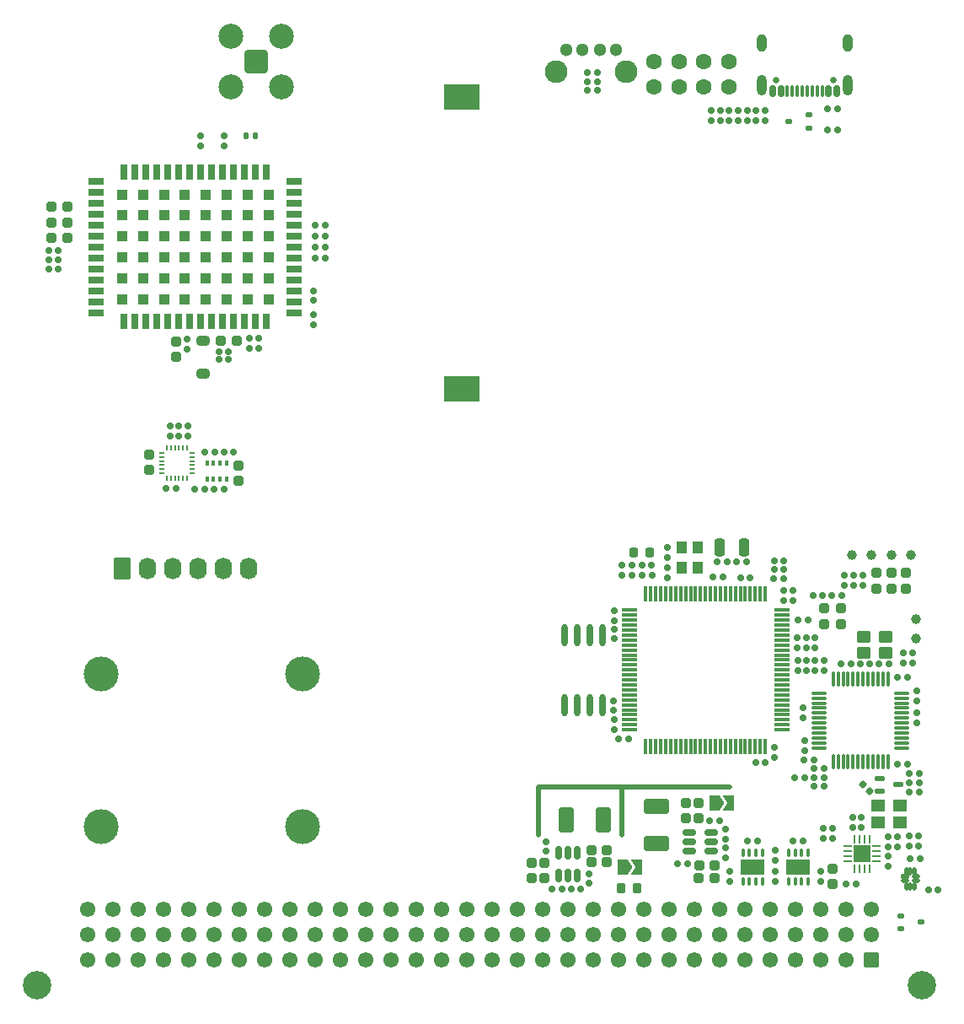
<source format=gbr>
%TF.GenerationSoftware,KiCad,Pcbnew,9.0.1-9.0.1-0~ubuntu24.04.1*%
%TF.CreationDate,2025-04-23T18:17:09+00:00*%
%TF.ProjectId,ModuCard-navigation-module,4d6f6475-4361-4726-942d-6e6176696761,2.0.0*%
%TF.SameCoordinates,Original*%
%TF.FileFunction,Soldermask,Top*%
%TF.FilePolarity,Negative*%
%FSLAX46Y46*%
G04 Gerber Fmt 4.6, Leading zero omitted, Abs format (unit mm)*
G04 Created by KiCad (PCBNEW 9.0.1-9.0.1-0~ubuntu24.04.1) date 2025-04-23 18:17:09*
%MOMM*%
%LPD*%
G01*
G04 APERTURE LIST*
G04 Aperture macros list*
%AMRoundRect*
0 Rectangle with rounded corners*
0 $1 Rounding radius*
0 $2 $3 $4 $5 $6 $7 $8 $9 X,Y pos of 4 corners*
0 Add a 4 corners polygon primitive as box body*
4,1,4,$2,$3,$4,$5,$6,$7,$8,$9,$2,$3,0*
0 Add four circle primitives for the rounded corners*
1,1,$1+$1,$2,$3*
1,1,$1+$1,$4,$5*
1,1,$1+$1,$6,$7*
1,1,$1+$1,$8,$9*
0 Add four rect primitives between the rounded corners*
20,1,$1+$1,$2,$3,$4,$5,0*
20,1,$1+$1,$4,$5,$6,$7,0*
20,1,$1+$1,$6,$7,$8,$9,0*
20,1,$1+$1,$8,$9,$2,$3,0*%
%AMFreePoly0*
4,1,6,1.000000,0.000000,0.500000,-0.750000,-0.500000,-0.750000,-0.500000,0.750000,0.500000,0.750000,1.000000,0.000000,1.000000,0.000000,$1*%
%AMFreePoly1*
4,1,6,0.500000,-0.750000,-0.650000,-0.750000,-0.150000,0.000000,-0.650000,0.750000,0.500000,0.750000,0.500000,-0.750000,0.500000,-0.750000,$1*%
G04 Aperture macros list end*
%ADD10C,0.500000*%
%ADD11RoundRect,0.250001X0.999999X-0.499999X0.999999X0.499999X-0.999999X0.499999X-0.999999X-0.499999X0*%
%ADD12FreePoly0,0.000000*%
%ADD13FreePoly1,0.000000*%
%ADD14RoundRect,0.159000X-0.159000X-0.189000X0.159000X-0.189000X0.159000X0.189000X-0.159000X0.189000X0*%
%ADD15C,1.000000*%
%ADD16RoundRect,0.159000X0.159000X0.189000X-0.159000X0.189000X-0.159000X-0.189000X0.159000X-0.189000X0*%
%ADD17C,1.600000*%
%ADD18RoundRect,0.159000X0.189000X-0.159000X0.189000X0.159000X-0.189000X0.159000X-0.189000X-0.159000X0*%
%ADD19RoundRect,0.244000X-0.244000X-0.269000X0.244000X-0.269000X0.244000X0.269000X-0.244000X0.269000X0*%
%ADD20RoundRect,0.159000X-0.189000X0.159000X-0.189000X-0.159000X0.189000X-0.159000X0.189000X0.159000X0*%
%ADD21RoundRect,0.220000X0.220000X0.255000X-0.220000X0.255000X-0.220000X-0.255000X0.220000X-0.255000X0*%
%ADD22RoundRect,0.239000X0.274000X-0.239000X0.274000X0.239000X-0.274000X0.239000X-0.274000X-0.239000X0*%
%ADD23C,1.300000*%
%ADD24C,2.286000*%
%ADD25RoundRect,0.200100X-0.949900X-0.949900X0.949900X-0.949900X0.949900X0.949900X-0.949900X0.949900X0*%
%ADD26C,2.500000*%
%ADD27RoundRect,0.147500X0.147500X0.172500X-0.147500X0.172500X-0.147500X-0.172500X0.147500X-0.172500X0*%
%ADD28C,3.500000*%
%ADD29RoundRect,0.102000X-0.331500X-0.112500X0.331500X-0.112500X0.331500X0.112500X-0.331500X0.112500X0*%
%ADD30RoundRect,0.102000X-0.281500X-0.112500X0.281500X-0.112500X0.281500X0.112500X-0.281500X0.112500X0*%
%ADD31RoundRect,0.102000X-0.112500X-0.281500X0.112500X-0.281500X0.112500X0.281500X-0.112500X0.281500X0*%
%ADD32RoundRect,0.244000X-0.269000X0.244000X-0.269000X-0.244000X0.269000X-0.244000X0.269000X0.244000X0*%
%ADD33RoundRect,0.075000X-0.075000X0.725000X-0.075000X-0.725000X0.075000X-0.725000X0.075000X0.725000X0*%
%ADD34RoundRect,0.075000X-0.725000X0.075000X-0.725000X-0.075000X0.725000X-0.075000X0.725000X0.075000X0*%
%ADD35RoundRect,0.150000X-0.512500X-0.150000X0.512500X-0.150000X0.512500X0.150000X-0.512500X0.150000X0*%
%ADD36RoundRect,0.239000X-0.239000X-0.274000X0.239000X-0.274000X0.239000X0.274000X-0.239000X0.274000X0*%
%ADD37RoundRect,0.239000X-0.274000X0.239000X-0.274000X-0.239000X0.274000X-0.239000X0.274000X0.239000X0*%
%ADD38RoundRect,0.244000X0.244000X0.269000X-0.244000X0.269000X-0.244000X-0.269000X0.244000X-0.269000X0*%
%ADD39RoundRect,0.250000X0.450000X0.350000X-0.450000X0.350000X-0.450000X-0.350000X0.450000X-0.350000X0*%
%ADD40RoundRect,0.075000X-0.075000X0.662500X-0.075000X-0.662500X0.075000X-0.662500X0.075000X0.662500X0*%
%ADD41RoundRect,0.075000X-0.662500X0.075000X-0.662500X-0.075000X0.662500X-0.075000X0.662500X0.075000X0*%
%ADD42RoundRect,0.050000X0.225000X0.050000X-0.225000X0.050000X-0.225000X-0.050000X0.225000X-0.050000X0*%
%ADD43RoundRect,0.050000X-0.050000X0.225000X-0.050000X-0.225000X0.050000X-0.225000X0.050000X0.225000X0*%
%ADD44R,0.350000X0.500000*%
%ADD45C,0.650000*%
%ADD46RoundRect,0.150000X0.150000X0.425000X-0.150000X0.425000X-0.150000X-0.425000X0.150000X-0.425000X0*%
%ADD47RoundRect,0.075000X0.075000X0.500000X-0.075000X0.500000X-0.075000X-0.500000X0.075000X-0.500000X0*%
%ADD48O,1.000000X2.100000*%
%ADD49O,1.000000X1.800000*%
%ADD50RoundRect,0.112500X-0.237500X0.112500X-0.237500X-0.112500X0.237500X-0.112500X0.237500X0.112500X0*%
%ADD51R,1.100000X1.300000*%
%ADD52C,2.850000*%
%ADD53RoundRect,0.249999X0.525001X0.525001X-0.525001X0.525001X-0.525001X-0.525001X0.525001X-0.525001X0*%
%ADD54C,1.550000*%
%ADD55RoundRect,0.219000X-0.219000X-0.294000X0.219000X-0.294000X0.219000X0.294000X-0.219000X0.294000X0*%
%ADD56RoundRect,0.075000X-0.075000X0.350000X-0.075000X-0.350000X0.075000X-0.350000X0.075000X0.350000X0*%
%ADD57R,2.400000X1.600000*%
%ADD58RoundRect,0.250000X0.250000X-0.650000X0.250000X0.650000X-0.250000X0.650000X-0.250000X-0.650000X0*%
%ADD59RoundRect,0.159000X0.246073X0.021213X0.021213X0.246073X-0.246073X-0.021213X-0.021213X-0.246073X0*%
%ADD60R,1.400000X1.200000*%
%ADD61R,0.800000X1.500000*%
%ADD62R,1.500000X0.800000*%
%ADD63R,1.100000X1.100000*%
%ADD64O,0.630000X2.250000*%
%ADD65RoundRect,0.250001X-0.499999X-0.999999X0.499999X-0.999999X0.499999X0.999999X-0.499999X0.999999X0*%
%ADD66RoundRect,0.062500X-0.062500X0.350000X-0.062500X-0.350000X0.062500X-0.350000X0.062500X0.350000X0*%
%ADD67RoundRect,0.062500X-0.350000X0.062500X-0.350000X-0.062500X0.350000X-0.062500X0.350000X0.062500X0*%
%ADD68R,1.700000X1.700000*%
%ADD69RoundRect,0.250000X-0.620000X-0.845000X0.620000X-0.845000X0.620000X0.845000X-0.620000X0.845000X0*%
%ADD70O,1.740000X2.190000*%
%ADD71RoundRect,0.112500X0.237500X-0.112500X0.237500X0.112500X-0.237500X0.112500X-0.237500X-0.112500X0*%
%ADD72RoundRect,0.244000X0.394000X-0.244000X0.394000X0.244000X-0.394000X0.244000X-0.394000X-0.244000X0*%
%ADD73R,3.600000X2.600000*%
%ADD74RoundRect,0.125000X0.345000X0.125000X-0.345000X0.125000X-0.345000X-0.125000X0.345000X-0.125000X0*%
%ADD75RoundRect,0.150000X-0.150000X0.512500X-0.150000X-0.512500X0.150000X-0.512500X0.150000X0.512500X0*%
G04 APERTURE END LIST*
D10*
X114500000Y-128625000D02*
X95300000Y-128625000D01*
X95300000Y-133425000D02*
X95300000Y-128625000D01*
X103700000Y-133425000D02*
X103700000Y-128625000D01*
D11*
%TO.C,L301*%
X107120720Y-134271542D03*
X107120720Y-130571542D03*
%TD*%
D12*
%TO.C,JP300*%
X103725000Y-136675000D03*
D13*
X105175000Y-136675000D03*
%TD*%
D14*
%TO.C,C420*%
X115578000Y-107597001D03*
X116578000Y-107597001D03*
%TD*%
D15*
%TO.C,TP302*%
X132750000Y-105325000D03*
%TD*%
D16*
%TO.C,C423*%
X106672000Y-106327001D03*
X105672000Y-106327001D03*
%TD*%
D14*
%TO.C,C1105*%
X72870000Y-73275001D03*
X73870000Y-73275001D03*
%TD*%
D17*
%TO.C,LED300*%
X106863600Y-55785000D03*
X109403600Y-55785000D03*
X106863600Y-58325000D03*
X109403600Y-58325000D03*
%TD*%
D18*
%TO.C,C406*%
X108204000Y-107589001D03*
X108204000Y-106589001D03*
%TD*%
D19*
%TO.C,C1102*%
X63390000Y-83785001D03*
X64950000Y-83785001D03*
%TD*%
D20*
%TO.C,R903*%
X126850000Y-131625000D03*
X126850000Y-132625000D03*
%TD*%
D16*
%TO.C,R308*%
X127200000Y-138375000D03*
X126200000Y-138375000D03*
%TD*%
D21*
%TO.C,FB401*%
X106462000Y-105057001D03*
X104882000Y-105057001D03*
%TD*%
D18*
%TO.C,C501*%
X119100000Y-138075000D03*
X119100000Y-137075000D03*
%TD*%
D14*
%TO.C,R716*%
X123000000Y-128525000D03*
X124000000Y-128525000D03*
%TD*%
D20*
%TO.C,R306*%
X114070720Y-132821542D03*
X114070720Y-133821542D03*
%TD*%
D22*
%TO.C,D301*%
X124850000Y-138365000D03*
X124850000Y-136785000D03*
%TD*%
D23*
%TO.C,BTN400*%
X103079415Y-54584163D03*
X101449415Y-54584163D03*
X99709415Y-54584163D03*
X98079415Y-54584163D03*
D24*
X104079415Y-56834163D03*
X97079415Y-56834163D03*
%TD*%
D20*
%TO.C,C427*%
X102870000Y-121829001D03*
X102870000Y-122829001D03*
%TD*%
D18*
%TO.C,C601*%
X114550000Y-138075000D03*
X114550000Y-137075000D03*
%TD*%
D16*
%TO.C,R301*%
X97650000Y-138871508D03*
X96650000Y-138871508D03*
%TD*%
D25*
%TO.C,J1100*%
X66890000Y-55825001D03*
D26*
X64350000Y-53285001D03*
X64350000Y-58365001D03*
X69430000Y-53285001D03*
X69430000Y-58365001D03*
%TD*%
D18*
%TO.C,R600*%
X119100000Y-135925000D03*
X119100000Y-134925000D03*
%TD*%
D20*
%TO.C,C400*%
X102870000Y-112734002D03*
X102870000Y-113734002D03*
%TD*%
D16*
%TO.C,C313*%
X114250000Y-106025000D03*
X113250000Y-106025000D03*
%TD*%
D14*
%TO.C,R801*%
X124350000Y-62675000D03*
X125350000Y-62675000D03*
%TD*%
D16*
%TO.C,C600*%
X117300000Y-134025000D03*
X116300000Y-134025000D03*
%TD*%
D27*
%TO.C,L1100*%
X66855000Y-63275001D03*
X65885000Y-63275001D03*
%TD*%
D14*
%TO.C,C314*%
X115200000Y-106025000D03*
X116200000Y-106025000D03*
%TD*%
D28*
%TO.C,H401*%
X51370000Y-132535001D03*
%TD*%
D29*
%TO.C,U801*%
X132131500Y-137600000D03*
D30*
X132081500Y-138000000D03*
D31*
X132250000Y-138568500D03*
X132650000Y-138568500D03*
X133050000Y-138568500D03*
D30*
X133218500Y-138000000D03*
X133218500Y-137600000D03*
D31*
X133050000Y-137031500D03*
X132650000Y-137031500D03*
X132250000Y-137031500D03*
%TD*%
D15*
%TO.C,TP701*%
X133250000Y-113725000D03*
%TD*%
D32*
%TO.C,C304*%
X94646542Y-136211059D03*
X94646542Y-137771059D03*
%TD*%
D20*
%TO.C,C305*%
X96090000Y-134071508D03*
X96090000Y-135071508D03*
%TD*%
D16*
%TO.C,R404*%
X119950000Y-107645000D03*
X118950000Y-107645000D03*
%TD*%
D28*
%TO.C,H403*%
X71620000Y-117285001D03*
%TD*%
D33*
%TO.C,U403*%
X118075000Y-109175000D03*
X117575000Y-109175000D03*
X117075000Y-109175000D03*
X116575000Y-109175000D03*
X116075000Y-109175000D03*
X115575000Y-109175000D03*
X115075000Y-109175000D03*
X114575000Y-109175000D03*
X114075000Y-109175000D03*
X113575000Y-109175000D03*
X113075000Y-109175000D03*
X112575000Y-109175000D03*
X112075000Y-109175000D03*
X111575000Y-109175000D03*
X111075000Y-109175000D03*
X110575000Y-109175000D03*
X110075000Y-109175000D03*
X109575000Y-109175000D03*
X109075000Y-109175000D03*
X108575000Y-109175000D03*
X108075000Y-109175000D03*
X107575000Y-109175000D03*
X107075000Y-109175000D03*
X106575000Y-109175000D03*
X106075000Y-109175000D03*
D34*
X104400000Y-110850000D03*
X104400000Y-111350000D03*
X104400000Y-111850000D03*
X104400000Y-112350000D03*
X104400000Y-112850000D03*
X104400000Y-113350000D03*
X104400000Y-113850000D03*
X104400000Y-114350000D03*
X104400000Y-114850000D03*
X104400000Y-115350000D03*
X104400000Y-115850000D03*
X104400000Y-116350000D03*
X104400000Y-116850000D03*
X104400000Y-117350000D03*
X104400000Y-117850000D03*
X104400000Y-118350000D03*
X104400000Y-118850000D03*
X104400000Y-119350000D03*
X104400000Y-119850000D03*
X104400000Y-120350000D03*
X104400000Y-120850000D03*
X104400000Y-121350000D03*
X104400000Y-121850000D03*
X104400000Y-122350000D03*
X104400000Y-122850000D03*
D33*
X106075000Y-124525000D03*
X106575000Y-124525000D03*
X107075000Y-124525000D03*
X107575000Y-124525000D03*
X108075000Y-124525000D03*
X108575000Y-124525000D03*
X109075000Y-124525000D03*
X109575000Y-124525000D03*
X110075000Y-124525000D03*
X110575000Y-124525000D03*
X111075000Y-124525000D03*
X111575000Y-124525000D03*
X112075000Y-124525000D03*
X112575000Y-124525000D03*
X113075000Y-124525000D03*
X113575000Y-124525000D03*
X114075000Y-124525000D03*
X114575000Y-124525000D03*
X115075000Y-124525000D03*
X115575000Y-124525000D03*
X116075000Y-124525000D03*
X116575000Y-124525000D03*
X117075000Y-124525000D03*
X117575000Y-124525000D03*
X118075000Y-124525000D03*
D34*
X119750000Y-122850000D03*
X119750000Y-122350000D03*
X119750000Y-121850000D03*
X119750000Y-121350000D03*
X119750000Y-120850000D03*
X119750000Y-120350000D03*
X119750000Y-119850000D03*
X119750000Y-119350000D03*
X119750000Y-118850000D03*
X119750000Y-118350000D03*
X119750000Y-117850000D03*
X119750000Y-117350000D03*
X119750000Y-116850000D03*
X119750000Y-116350000D03*
X119750000Y-115850000D03*
X119750000Y-115350000D03*
X119750000Y-114850000D03*
X119750000Y-114350000D03*
X119750000Y-113850000D03*
X119750000Y-113350000D03*
X119750000Y-112850000D03*
X119750000Y-112350000D03*
X119750000Y-111850000D03*
X119750000Y-111350000D03*
X119750000Y-110850000D03*
%TD*%
D35*
%TO.C,U301*%
X110412500Y-133168050D03*
X110412500Y-134118050D03*
X110412500Y-135068050D03*
X112687500Y-135068050D03*
X112687500Y-134118050D03*
X112687500Y-133168050D03*
%TD*%
D16*
%TO.C,C500*%
X121900000Y-134025000D03*
X120900000Y-134025000D03*
%TD*%
D20*
%TO.C,R902*%
X127750000Y-131625000D03*
X127750000Y-132625000D03*
%TD*%
D22*
%TO.C,D400*%
X129240000Y-108665000D03*
X129240000Y-107085000D03*
%TD*%
D20*
%TO.C,R700*%
X121325000Y-115925000D03*
X121325000Y-116925000D03*
%TD*%
D14*
%TO.C,R405*%
X100228400Y-58685001D03*
X101228400Y-58685001D03*
%TD*%
D18*
%TO.C,R409*%
X114450000Y-61725000D03*
X114450000Y-60725000D03*
%TD*%
%TO.C,R400*%
X113550000Y-61725000D03*
X113550000Y-60725000D03*
%TD*%
D14*
%TO.C,R1100*%
X63170000Y-85685001D03*
X64170000Y-85685001D03*
%TD*%
D36*
%TO.C,D1103*%
X46380000Y-70375001D03*
X47960000Y-70375001D03*
%TD*%
D18*
%TO.C,R411*%
X126950000Y-108375000D03*
X126950000Y-107375000D03*
%TD*%
D20*
%TO.C,C410*%
X123100000Y-113600000D03*
X123100000Y-114600000D03*
%TD*%
D37*
%TO.C,D701*%
X125702000Y-110660000D03*
X125702000Y-112240000D03*
%TD*%
D16*
%TO.C,C422*%
X120888000Y-108867001D03*
X119888000Y-108867001D03*
%TD*%
D20*
%TO.C,R701*%
X124000000Y-115925000D03*
X124000000Y-116925000D03*
%TD*%
D16*
%TO.C,C424*%
X106680000Y-107343001D03*
X105680000Y-107343001D03*
%TD*%
%TO.C,C405*%
X120896000Y-109883001D03*
X119896000Y-109883001D03*
%TD*%
D38*
%TO.C,C301*%
X102180000Y-136171508D03*
X100620000Y-136171508D03*
%TD*%
D18*
%TO.C,C300*%
X100400000Y-138281508D03*
X100400000Y-137281508D03*
%TD*%
D22*
%TO.C,D402*%
X132240000Y-108665000D03*
X132240000Y-107085000D03*
%TD*%
D39*
%TO.C,Y700*%
X130150000Y-113525000D03*
X127950000Y-113525000D03*
X127950000Y-115125000D03*
X130150000Y-115125000D03*
%TD*%
D40*
%TO.C,U700*%
X130400000Y-117762500D03*
X129900000Y-117762500D03*
X129400000Y-117762500D03*
X128900000Y-117762500D03*
X128400000Y-117762500D03*
X127900000Y-117762500D03*
X127400000Y-117762500D03*
X126900000Y-117762500D03*
X126400000Y-117762500D03*
X125900000Y-117762500D03*
X125400000Y-117762500D03*
X124900000Y-117762500D03*
D41*
X123487500Y-119175000D03*
X123487500Y-119675000D03*
X123487500Y-120175000D03*
X123487500Y-120675000D03*
X123487500Y-121175000D03*
X123487500Y-121675000D03*
X123487500Y-122175000D03*
X123487500Y-122675000D03*
X123487500Y-123175000D03*
X123487500Y-123675000D03*
X123487500Y-124175000D03*
X123487500Y-124675000D03*
D40*
X124900000Y-126087500D03*
X125400000Y-126087500D03*
X125900000Y-126087500D03*
X126400000Y-126087500D03*
X126900000Y-126087500D03*
X127400000Y-126087500D03*
X127900000Y-126087500D03*
X128400000Y-126087500D03*
X128900000Y-126087500D03*
X129400000Y-126087500D03*
X129900000Y-126087500D03*
X130400000Y-126087500D03*
D41*
X131812500Y-124675000D03*
X131812500Y-124175000D03*
X131812500Y-123675000D03*
X131812500Y-123175000D03*
X131812500Y-122675000D03*
X131812500Y-122175000D03*
X131812500Y-121675000D03*
X131812500Y-121175000D03*
X131812500Y-120675000D03*
X131812500Y-120175000D03*
X131812500Y-119675000D03*
X131812500Y-119175000D03*
%TD*%
D15*
%TO.C,TP700*%
X133250000Y-111725000D03*
%TD*%
D42*
%TO.C,U400*%
X60470000Y-97085001D03*
X60470000Y-96685001D03*
X60470000Y-96285001D03*
X60470000Y-95885001D03*
X60470000Y-95485001D03*
X60470000Y-95085001D03*
D43*
X59970000Y-94585001D03*
X59570000Y-94585001D03*
X59170000Y-94585001D03*
X58770000Y-94585001D03*
X58370000Y-94585001D03*
X57970000Y-94585001D03*
D42*
X57470000Y-95085001D03*
X57470000Y-95485001D03*
X57470000Y-95885001D03*
X57470000Y-96285001D03*
X57470000Y-96685001D03*
X57470000Y-97085001D03*
D43*
X57970000Y-97585001D03*
X58370000Y-97585001D03*
X58770000Y-97585001D03*
X59170000Y-97585001D03*
X59570000Y-97585001D03*
X59970000Y-97585001D03*
%TD*%
D44*
%TO.C,U1300*%
X63945000Y-97685001D03*
X63295000Y-97685001D03*
X62645000Y-97685001D03*
X61995000Y-97685001D03*
X61995000Y-96085001D03*
X62645000Y-96085001D03*
X63295000Y-96085001D03*
X63945000Y-96085001D03*
%TD*%
D14*
%TO.C,R707*%
X122850000Y-109375000D03*
X123850000Y-109375000D03*
%TD*%
D20*
%TO.C,R416*%
X66270000Y-83585001D03*
X66270000Y-84585001D03*
%TD*%
D32*
%TO.C,C1300*%
X65170000Y-96305001D03*
X65170000Y-97865001D03*
%TD*%
D16*
%TO.C,C708*%
X128600000Y-116235000D03*
X127600000Y-116235000D03*
%TD*%
D20*
%TO.C,R705*%
X132900000Y-115125000D03*
X132900000Y-116125000D03*
%TD*%
%TO.C,R307*%
X114070720Y-134721542D03*
X114070720Y-135721542D03*
%TD*%
D18*
%TO.C,R417*%
X72670000Y-82185001D03*
X72670000Y-81185001D03*
%TD*%
D20*
%TO.C,C425*%
X103640000Y-106343001D03*
X103640000Y-107343001D03*
%TD*%
D14*
%TO.C,R711*%
X132550000Y-128175000D03*
X133550000Y-128175000D03*
%TD*%
%TO.C,R710*%
X132550000Y-127275000D03*
X133550000Y-127275000D03*
%TD*%
%TO.C,R715*%
X123000000Y-127650000D03*
X124000000Y-127650000D03*
%TD*%
D20*
%TO.C,C801*%
X116250000Y-60725000D03*
X116250000Y-61725000D03*
%TD*%
D15*
%TO.C,TP300*%
X128750000Y-105325000D03*
%TD*%
D18*
%TO.C,C402*%
X102870000Y-111907001D03*
X102870000Y-110907001D03*
%TD*%
D14*
%TO.C,R414*%
X60770000Y-98685001D03*
X61770000Y-98685001D03*
%TD*%
D12*
%TO.C,JP301*%
X112970720Y-130225000D03*
D13*
X114420720Y-130225000D03*
%TD*%
D45*
%TO.C,J800*%
X124940000Y-57640000D03*
X119160000Y-57640000D03*
D46*
X125250000Y-58715000D03*
X124450000Y-58715000D03*
D47*
X123300000Y-58715000D03*
X122300000Y-58715000D03*
X121800000Y-58715000D03*
X120800000Y-58715000D03*
D46*
X119650000Y-58715000D03*
X118850000Y-58715000D03*
X118850000Y-58715000D03*
X119650000Y-58715000D03*
D47*
X120300000Y-58715000D03*
X121300000Y-58715000D03*
X122800000Y-58715000D03*
X123800000Y-58715000D03*
D46*
X124450000Y-58715000D03*
X125250000Y-58715000D03*
D48*
X126370000Y-58140000D03*
D49*
X126370000Y-53960000D03*
D48*
X117730000Y-58140000D03*
D49*
X117730000Y-53960000D03*
%TD*%
D14*
%TO.C,C311*%
X109270720Y-136281542D03*
X110270720Y-136281542D03*
%TD*%
%TO.C,R1105*%
X46070000Y-75685001D03*
X47070000Y-75685001D03*
%TD*%
D15*
%TO.C,TP301*%
X130750000Y-105325000D03*
%TD*%
D32*
%TO.C,C1106*%
X56170000Y-95205001D03*
X56170000Y-96765001D03*
%TD*%
D50*
%TO.C,U402*%
X131707500Y-141512501D03*
X131707500Y-142812501D03*
X133707500Y-142162501D03*
%TD*%
D28*
%TO.C,H400*%
X71620000Y-132535001D03*
%TD*%
D14*
%TO.C,C707*%
X129500000Y-116225000D03*
X130500000Y-116225000D03*
%TD*%
D36*
%TO.C,D1101*%
X46370000Y-71975001D03*
X47950000Y-71975001D03*
%TD*%
D20*
%TO.C,R901*%
X123900000Y-132725000D03*
X123900000Y-133725000D03*
%TD*%
D28*
%TO.C,H402*%
X51370000Y-117285001D03*
%TD*%
D14*
%TO.C,R1107*%
X46070000Y-76585001D03*
X47070000Y-76585001D03*
%TD*%
D51*
%TO.C,Y400*%
X109665000Y-104515001D03*
X109665000Y-106615001D03*
X111315000Y-106615001D03*
X111315000Y-104515001D03*
%TD*%
D16*
%TO.C,R709*%
X133550000Y-129075000D03*
X132550000Y-129075000D03*
%TD*%
D20*
%TO.C,R805*%
X117150000Y-60725000D03*
X117150000Y-61725000D03*
%TD*%
%TO.C,R800*%
X118050000Y-60725000D03*
X118050000Y-61725000D03*
%TD*%
D16*
%TO.C,C1302*%
X62770000Y-94985001D03*
X61770000Y-94985001D03*
%TD*%
D19*
%TO.C,C310*%
X111420720Y-136481542D03*
X112980720Y-136481542D03*
%TD*%
D20*
%TO.C,R402*%
X122200000Y-113600000D03*
X122200000Y-114600000D03*
%TD*%
D18*
%TO.C,R702*%
X133300000Y-122175000D03*
X133300000Y-121175000D03*
%TD*%
D19*
%TO.C,C309*%
X111410271Y-137725000D03*
X112970271Y-137725000D03*
%TD*%
D18*
%TO.C,C900*%
X130450000Y-134575000D03*
X130450000Y-133575000D03*
%TD*%
D20*
%TO.C,C404*%
X118975000Y-124600000D03*
X118975000Y-125600000D03*
%TD*%
%TO.C,R802*%
X132550000Y-133525000D03*
X132550000Y-134525000D03*
%TD*%
%TO.C,C432*%
X108204000Y-104557001D03*
X108204000Y-105557001D03*
%TD*%
D14*
%TO.C,C701*%
X131350000Y-117625000D03*
X132350000Y-117625000D03*
%TD*%
D16*
%TO.C,R300*%
X99550000Y-138871508D03*
X98550000Y-138871508D03*
%TD*%
D32*
%TO.C,C1100*%
X58870000Y-83855001D03*
X58870000Y-85415001D03*
%TD*%
D52*
%TO.C,J200*%
X133820000Y-148515000D03*
X44920000Y-148515000D03*
D53*
X128740000Y-145975000D03*
D54*
X126200000Y-145975000D03*
X123660000Y-145975000D03*
X121120000Y-145975000D03*
X118580000Y-145975000D03*
X116040000Y-145975000D03*
X113500000Y-145975000D03*
X110960000Y-145975000D03*
X108420000Y-145975000D03*
X105880000Y-145975000D03*
X103340000Y-145975000D03*
X100800000Y-145975000D03*
X98260000Y-145975000D03*
X95720000Y-145975000D03*
X93180000Y-145975000D03*
X90640000Y-145975000D03*
X88100000Y-145975000D03*
X85560000Y-145975000D03*
X83020000Y-145975000D03*
X80480000Y-145975000D03*
X77940000Y-145975000D03*
X75400000Y-145975000D03*
X72860000Y-145975000D03*
X70320000Y-145975000D03*
X67780000Y-145975000D03*
X65240000Y-145975000D03*
X62700000Y-145975000D03*
X60160000Y-145975000D03*
X57620000Y-145975000D03*
X55080000Y-145975000D03*
X52540000Y-145975000D03*
X50000000Y-145975000D03*
X128740000Y-143435000D03*
X126200000Y-143435000D03*
X123660000Y-143435000D03*
X121120000Y-143435000D03*
X118580000Y-143435000D03*
X116040000Y-143435000D03*
X113500000Y-143435000D03*
X110960000Y-143435000D03*
X108420000Y-143435000D03*
X105880000Y-143435000D03*
X103340000Y-143435000D03*
X100800000Y-143435000D03*
X98260000Y-143435000D03*
X95720000Y-143435000D03*
X93180000Y-143435000D03*
X90640000Y-143435000D03*
X88100000Y-143435000D03*
X85560000Y-143435000D03*
X83020000Y-143435000D03*
X80480000Y-143435000D03*
X77940000Y-143435000D03*
X75400000Y-143435000D03*
X72860000Y-143435000D03*
X70320000Y-143435000D03*
X67780000Y-143435000D03*
X65240000Y-143435000D03*
X62700000Y-143435000D03*
X60160000Y-143435000D03*
X57620000Y-143435000D03*
X55080000Y-143435000D03*
X52540000Y-143435000D03*
X50000000Y-143435000D03*
X128740000Y-140895000D03*
X126200000Y-140895000D03*
X123660000Y-140895000D03*
X121120000Y-140895000D03*
X118580000Y-140895000D03*
X116040000Y-140895000D03*
X113500000Y-140895000D03*
X110960000Y-140895000D03*
X108420000Y-140895000D03*
X105880000Y-140895000D03*
X103340000Y-140895000D03*
X100800000Y-140895000D03*
X98260000Y-140895000D03*
X95720000Y-140895000D03*
X93180000Y-140895000D03*
X90640000Y-140895000D03*
X88100000Y-140895000D03*
X85560000Y-140895000D03*
X83020000Y-140895000D03*
X80480000Y-140895000D03*
X77940000Y-140895000D03*
X75400000Y-140895000D03*
X72860000Y-140895000D03*
X70320000Y-140895000D03*
X67780000Y-140895000D03*
X65240000Y-140895000D03*
X62700000Y-140895000D03*
X60160000Y-140895000D03*
X57620000Y-140895000D03*
X55080000Y-140895000D03*
X52540000Y-140895000D03*
X50000000Y-140895000D03*
%TD*%
D14*
%TO.C,C700*%
X122000000Y-125875000D03*
X123000000Y-125875000D03*
%TD*%
D16*
%TO.C,R1104*%
X73870000Y-75475001D03*
X72870000Y-75475001D03*
%TD*%
D18*
%TO.C,R500*%
X123650000Y-138075000D03*
X123650000Y-137075000D03*
%TD*%
D20*
%TO.C,C704*%
X133290000Y-118922500D03*
X133290000Y-119922500D03*
%TD*%
D18*
%TO.C,C902*%
X131350000Y-134575000D03*
X131350000Y-133575000D03*
%TD*%
D14*
%TO.C,C312*%
X132650000Y-135775000D03*
X133650000Y-135775000D03*
%TD*%
D18*
%TO.C,C702*%
X122010000Y-124927500D03*
X122010000Y-123927500D03*
%TD*%
D14*
%TO.C,C1103*%
X63170000Y-84885001D03*
X64170000Y-84885001D03*
%TD*%
D20*
%TO.C,R706*%
X131950000Y-115125000D03*
X131950000Y-116125000D03*
%TD*%
D18*
%TO.C,R803*%
X133450000Y-134525000D03*
X133450000Y-133525000D03*
%TD*%
D32*
%TO.C,C307*%
X110108674Y-130191542D03*
X110108674Y-131751542D03*
%TD*%
D16*
%TO.C,C306*%
X113480720Y-131971542D03*
X112480720Y-131971542D03*
%TD*%
D18*
%TO.C,R401*%
X121300000Y-114600000D03*
X121300000Y-113600000D03*
%TD*%
D55*
%TO.C,F300*%
X103580000Y-138775000D03*
X105220000Y-138775000D03*
%TD*%
D14*
%TO.C,R714*%
X123000000Y-126775000D03*
X124000000Y-126775000D03*
%TD*%
D20*
%TO.C,R900*%
X124800000Y-132725000D03*
X124800000Y-133725000D03*
%TD*%
D18*
%TO.C,C1108*%
X58270000Y-93385001D03*
X58270000Y-92385001D03*
%TD*%
D56*
%TO.C,U600*%
X117775000Y-135175000D03*
X117125000Y-135175000D03*
X116475000Y-135175000D03*
X115825000Y-135175000D03*
X115825000Y-138075000D03*
X116475000Y-138075000D03*
X117125000Y-138075000D03*
X117775000Y-138075000D03*
D57*
X116800000Y-136625000D03*
%TD*%
D58*
%TO.C,X300*%
X113475000Y-104550000D03*
X115975000Y-104550000D03*
%TD*%
D16*
%TO.C,R406*%
X101228400Y-56885001D03*
X100228400Y-56885001D03*
%TD*%
D18*
%TO.C,R412*%
X126050000Y-108375000D03*
X126050000Y-107375000D03*
%TD*%
%TO.C,C1104*%
X63670000Y-64275001D03*
X63670000Y-63275001D03*
%TD*%
%TO.C,C706*%
X122200000Y-116925000D03*
X122200000Y-115925000D03*
%TD*%
D14*
%TO.C,C800*%
X124350000Y-60525000D03*
X125350000Y-60525000D03*
%TD*%
D38*
%TO.C,C302*%
X102180000Y-134909462D03*
X100620000Y-134909462D03*
%TD*%
D14*
%TO.C,C1301*%
X63670000Y-94985001D03*
X64670000Y-94985001D03*
%TD*%
D20*
%TO.C,R420*%
X59170000Y-92385001D03*
X59170000Y-93385001D03*
%TD*%
D14*
%TO.C,C401*%
X112825000Y-107475000D03*
X113825000Y-107475000D03*
%TD*%
D16*
%TO.C,C1107*%
X58870000Y-98585001D03*
X57870000Y-98585001D03*
%TD*%
D18*
%TO.C,R419*%
X60070000Y-93385001D03*
X60070000Y-92385001D03*
%TD*%
D14*
%TO.C,C705*%
X125700000Y-116235000D03*
X126700000Y-116235000D03*
%TD*%
D59*
%TO.C,R712*%
X128553553Y-129028553D03*
X127846447Y-128321447D03*
%TD*%
D20*
%TO.C,R708*%
X121900000Y-120675000D03*
X121900000Y-121675000D03*
%TD*%
D16*
%TO.C,C403*%
X104325000Y-123750000D03*
X103325000Y-123750000D03*
%TD*%
D18*
%TO.C,R410*%
X127850000Y-108375000D03*
X127850000Y-107375000D03*
%TD*%
D20*
%TO.C,R1102*%
X61370000Y-63275001D03*
X61370000Y-64275001D03*
%TD*%
D14*
%TO.C,R1106*%
X46070000Y-74785001D03*
X47070000Y-74785001D03*
%TD*%
D60*
%TO.C,Y900*%
X131600000Y-130475000D03*
X129400000Y-130475000D03*
X129400000Y-132175000D03*
X131600000Y-132175000D03*
%TD*%
D56*
%TO.C,U500*%
X122375000Y-135175000D03*
X121725000Y-135175000D03*
X121075000Y-135175000D03*
X120425000Y-135175000D03*
X120425000Y-138075000D03*
X121075000Y-138075000D03*
X121725000Y-138075000D03*
X122375000Y-138075000D03*
D57*
X121400000Y-136625000D03*
%TD*%
D15*
%TO.C,TP400*%
X126750000Y-105325000D03*
%TD*%
D14*
%TO.C,R713*%
X124750000Y-109375000D03*
X125750000Y-109375000D03*
%TD*%
D18*
%TO.C,R415*%
X72670000Y-79785001D03*
X72670000Y-78785001D03*
%TD*%
D14*
%TO.C,C415*%
X118960000Y-105865000D03*
X119960000Y-105865000D03*
%TD*%
D61*
%TO.C,U1100*%
X67970000Y-66875001D03*
X66870000Y-66875001D03*
X65770000Y-66875001D03*
X64670000Y-66875001D03*
X63570000Y-66875001D03*
X62470000Y-66875001D03*
X61370000Y-66875001D03*
X60270000Y-66875001D03*
X59170000Y-66875001D03*
X58070000Y-66875001D03*
X56970000Y-66875001D03*
X55870000Y-66875001D03*
X54770000Y-66875001D03*
X53670000Y-66875001D03*
D62*
X50870000Y-67775001D03*
X50870000Y-68875001D03*
X50870000Y-69975001D03*
X50870000Y-71075001D03*
X50870000Y-72175001D03*
X50870000Y-73275001D03*
X50870000Y-74375001D03*
X50870000Y-75475001D03*
X50870000Y-76575001D03*
X50870000Y-77675001D03*
X50870000Y-78775001D03*
X50870000Y-79875001D03*
X50870000Y-80975001D03*
D61*
X53670000Y-81875001D03*
X54770000Y-81875001D03*
X55870000Y-81875001D03*
X56970000Y-81875001D03*
X58070000Y-81875001D03*
X59170000Y-81875001D03*
X60270000Y-81875001D03*
X61370000Y-81875001D03*
X62470000Y-81875001D03*
X63570000Y-81875001D03*
X64670000Y-81875001D03*
X65770000Y-81875001D03*
X66870000Y-81875001D03*
X67970000Y-81875001D03*
D62*
X70770000Y-80975001D03*
X70770000Y-79875001D03*
X70770000Y-78775001D03*
X70770000Y-77675001D03*
X70770000Y-76575001D03*
X70770000Y-75475001D03*
X70770000Y-74375001D03*
X70770000Y-73275001D03*
X70770000Y-72175001D03*
X70770000Y-71075001D03*
X70770000Y-69975001D03*
X70770000Y-68875001D03*
X70770000Y-67775001D03*
D63*
X68170000Y-69125001D03*
X66070000Y-69125001D03*
X63970000Y-69125001D03*
X61870000Y-69125001D03*
X59770000Y-69125001D03*
X57670000Y-69125001D03*
X55570000Y-69125001D03*
X53470000Y-69125001D03*
X68170000Y-71225001D03*
X66070000Y-71225001D03*
X63970000Y-71225001D03*
X61870000Y-71225001D03*
X59770000Y-71225001D03*
X57670000Y-71225001D03*
X55570000Y-71225001D03*
X53470000Y-71225001D03*
X68170000Y-73325001D03*
X66070000Y-73325001D03*
X63970000Y-73325001D03*
X61870000Y-73325001D03*
X59770000Y-73325001D03*
X57670000Y-73325001D03*
X55570000Y-73325001D03*
X53470000Y-73325001D03*
X68170000Y-75425001D03*
X66070000Y-75425001D03*
X63970000Y-75425001D03*
X61870000Y-75425001D03*
X59770000Y-75425001D03*
X57670000Y-75425001D03*
X55570000Y-75425001D03*
X53470000Y-75425001D03*
X68170000Y-77525001D03*
X66070000Y-77525001D03*
X63970000Y-77525001D03*
X61870000Y-77525001D03*
X59770000Y-77525001D03*
X57670000Y-77525001D03*
X55570000Y-77525001D03*
X53470000Y-77525001D03*
X68170000Y-79625001D03*
X66070000Y-79625001D03*
X63970000Y-79625001D03*
X61870000Y-79625001D03*
X59770000Y-79625001D03*
X57670000Y-79625001D03*
X55570000Y-79625001D03*
X53470000Y-79625001D03*
%TD*%
D64*
%TO.C,U100*%
X101705000Y-113320000D03*
X100435000Y-113320000D03*
X99155000Y-113320000D03*
X97885000Y-113320000D03*
X97885000Y-120380000D03*
X99155000Y-120380000D03*
X100435000Y-120380000D03*
X101705000Y-120380000D03*
%TD*%
D36*
%TO.C,D1102*%
X46370000Y-73475001D03*
X47950000Y-73475001D03*
%TD*%
D22*
%TO.C,D700*%
X123952000Y-112240000D03*
X123952000Y-110660000D03*
%TD*%
D65*
%TO.C,L300*%
X98100000Y-131921508D03*
X101800000Y-131921508D03*
%TD*%
D18*
%TO.C,C100*%
X102850000Y-120925000D03*
X102850000Y-119925000D03*
%TD*%
D16*
%TO.C,R1103*%
X73870000Y-74375001D03*
X72870000Y-74375001D03*
%TD*%
D20*
%TO.C,C1101*%
X59970000Y-83635001D03*
X59970000Y-84635001D03*
%TD*%
D16*
%TO.C,R1101*%
X73870000Y-72175001D03*
X72870000Y-72175001D03*
%TD*%
D66*
%TO.C,U302*%
X128550000Y-133850000D03*
X128050000Y-133850000D03*
X127550000Y-133850000D03*
X127050000Y-133850000D03*
D67*
X126337500Y-134562500D03*
X126337500Y-135062500D03*
X126337500Y-135562500D03*
X126337500Y-136062500D03*
D66*
X127050000Y-136775000D03*
X127550000Y-136775000D03*
X128050000Y-136775000D03*
X128550000Y-136775000D03*
D67*
X129262500Y-136062500D03*
X129262500Y-135562500D03*
X129262500Y-135062500D03*
X129262500Y-134562500D03*
D68*
X127800000Y-135312500D03*
%TD*%
D69*
%TO.C,J400*%
X53470000Y-106685001D03*
D70*
X56010000Y-106685001D03*
X58550000Y-106685001D03*
X61090000Y-106685001D03*
X63630000Y-106685001D03*
X66170000Y-106685001D03*
%TD*%
D71*
%TO.C,U401*%
X122470000Y-62435001D03*
X122470000Y-61135001D03*
X120470000Y-61785001D03*
%TD*%
D20*
%TO.C,C426*%
X104656000Y-106335001D03*
X104656000Y-107335001D03*
%TD*%
D14*
%TO.C,C703*%
X131350000Y-126275000D03*
X132350000Y-126275000D03*
%TD*%
D22*
%TO.C,D401*%
X130750000Y-108665000D03*
X130750000Y-107085000D03*
%TD*%
D18*
%TO.C,R408*%
X115350000Y-61725000D03*
X115350000Y-60725000D03*
%TD*%
D16*
%TO.C,R403*%
X119960000Y-106765000D03*
X118960000Y-106765000D03*
%TD*%
D18*
%TO.C,R703*%
X123100000Y-116925000D03*
X123100000Y-115925000D03*
%TD*%
D16*
%TO.C,R413*%
X63670000Y-98685001D03*
X62670000Y-98685001D03*
%TD*%
D32*
%TO.C,C308*%
X111370720Y-130191542D03*
X111370720Y-131751542D03*
%TD*%
D72*
%TO.C,D1100*%
X61570000Y-87135001D03*
X61570000Y-83835001D03*
%TD*%
D18*
%TO.C,R407*%
X112650000Y-61725000D03*
X112650000Y-60725000D03*
%TD*%
D73*
%TO.C,BAT1100*%
X87570000Y-88635001D03*
X87570000Y-59335001D03*
%TD*%
D14*
%TO.C,C434*%
X121354999Y-111850000D03*
X122354999Y-111850000D03*
%TD*%
D20*
%TO.C,R418*%
X67170000Y-83585001D03*
X67170000Y-84585001D03*
%TD*%
D74*
%TO.C,Q700*%
X129600000Y-127725000D03*
X129600000Y-129025000D03*
X131400000Y-128375000D03*
%TD*%
D20*
%TO.C,C904*%
X130450000Y-135525000D03*
X130450000Y-136525000D03*
%TD*%
D14*
%TO.C,C421*%
X117094000Y-126139001D03*
X118094000Y-126139001D03*
%TD*%
D16*
%TO.C,C416*%
X101228400Y-57785001D03*
X100228400Y-57785001D03*
%TD*%
D14*
%TO.C,R804*%
X134450000Y-138925000D03*
X135450000Y-138925000D03*
%TD*%
D75*
%TO.C,U300*%
X99203492Y-135213288D03*
X98253492Y-135213288D03*
X97303492Y-135213288D03*
X97303492Y-137488288D03*
X98253492Y-137488288D03*
X99203492Y-137488288D03*
%TD*%
D32*
%TO.C,C303*%
X95890000Y-136221508D03*
X95890000Y-137781508D03*
%TD*%
D17*
%TO.C,LED301*%
X111913600Y-55785000D03*
X114453600Y-55785000D03*
X111913600Y-58325000D03*
X114453600Y-58325000D03*
%TD*%
D14*
%TO.C,R704*%
X121050000Y-127650000D03*
X122050000Y-127650000D03*
%TD*%
M02*

</source>
